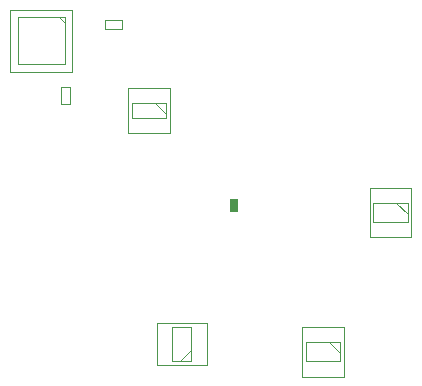
<source format=gbr>
%TF.GenerationSoftware,KiCad,Pcbnew,8.0.2-1*%
%TF.CreationDate,2025-01-23T13:43:47+09:00*%
%TF.ProjectId,gas_nrf52832,6761735f-6e72-4663-9532-3833322e6b69,rev?*%
%TF.SameCoordinates,Original*%
%TF.FileFunction,OtherDrawing,Comment*%
%FSLAX46Y46*%
G04 Gerber Fmt 4.6, Leading zero omitted, Abs format (unit mm)*
G04 Created by KiCad (PCBNEW 8.0.2-1) date 2025-01-23 13:43:47*
%MOMM*%
%LPD*%
G01*
G04 APERTURE LIST*
%ADD10C,0.010000*%
%ADD11C,0.100000*%
%ADD12C,0.050000*%
G04 APERTURE END LIST*
D10*
X126180000Y-121290100D02*
X125579566Y-121290100D01*
X125579566Y-120289177D01*
X126180000Y-120289177D01*
X126180000Y-121290100D01*
G36*
X126180000Y-121290100D02*
G01*
X125579566Y-121290100D01*
X125579566Y-120289177D01*
X126180000Y-120289177D01*
X126180000Y-121290100D01*
G37*
D11*
X115030000Y-105125000D02*
X116430000Y-105125000D01*
X115030000Y-105875000D02*
X115030000Y-105125000D01*
X116430000Y-105125000D02*
X116430000Y-105875000D01*
X116430000Y-105875000D02*
X115030000Y-105875000D01*
D12*
X107005000Y-104220000D02*
X112255000Y-104220000D01*
X107005000Y-109470000D02*
X107005000Y-104220000D01*
D11*
X107630000Y-104845000D02*
X111630000Y-104845000D01*
X107630000Y-108845000D02*
X107630000Y-104845000D01*
X111130000Y-104845000D02*
X111630000Y-105345000D01*
X111630000Y-104845000D02*
X111630000Y-108845000D01*
X111630000Y-108845000D02*
X107630000Y-108845000D01*
D12*
X112255000Y-104220000D02*
X112255000Y-109470000D01*
X112255000Y-109470000D02*
X107005000Y-109470000D01*
X137415000Y-119310000D02*
X140965000Y-119310000D01*
X137415000Y-123510000D02*
X137415000Y-119310000D01*
D11*
X137740000Y-120610000D02*
X140640000Y-120610000D01*
X137740000Y-122210000D02*
X137740000Y-120610000D01*
X139690000Y-120610000D02*
X140640000Y-121560000D01*
X140640000Y-120610000D02*
X140640000Y-122210000D01*
X140640000Y-122210000D02*
X137740000Y-122210000D01*
D12*
X140965000Y-119310000D02*
X140965000Y-123510000D01*
X140965000Y-123510000D02*
X137415000Y-123510000D01*
D11*
X111280000Y-110795000D02*
X112030000Y-110795000D01*
X111280000Y-112195000D02*
X111280000Y-110795000D01*
X112030000Y-110795000D02*
X112030000Y-112195000D01*
X112030000Y-112195000D02*
X111280000Y-112195000D01*
D12*
X116980000Y-110865000D02*
X120520000Y-110865000D01*
X116980000Y-114715000D02*
X116980000Y-110865000D01*
D11*
X117290000Y-112140000D02*
X120210000Y-112140000D01*
X117290000Y-113440000D02*
X117290000Y-112140000D01*
X119260000Y-112140000D02*
X120210000Y-113090000D01*
X120210000Y-112140000D02*
X120210000Y-113440000D01*
X120210000Y-113440000D02*
X117290000Y-113440000D01*
D12*
X120520000Y-110865000D02*
X120520000Y-114715000D01*
X120520000Y-114715000D02*
X116980000Y-114715000D01*
X119430000Y-130735000D02*
X123630000Y-130735000D01*
X119430000Y-134285000D02*
X119430000Y-130735000D01*
D11*
X120730000Y-131060000D02*
X122330000Y-131060000D01*
X120730000Y-133960000D02*
X120730000Y-131060000D01*
X122330000Y-131060000D02*
X122330000Y-133960000D01*
X122330000Y-133010000D02*
X121380000Y-133960000D01*
X122330000Y-133960000D02*
X120730000Y-133960000D01*
D12*
X123630000Y-130735000D02*
X123630000Y-134285000D01*
X123630000Y-134285000D02*
X119430000Y-134285000D01*
X131705000Y-131090000D02*
X135255000Y-131090000D01*
X131705000Y-135290000D02*
X131705000Y-131090000D01*
D11*
X132030000Y-132390000D02*
X134930000Y-132390000D01*
X132030000Y-133990000D02*
X132030000Y-132390000D01*
X133980000Y-132390000D02*
X134930000Y-133340000D01*
X134930000Y-132390000D02*
X134930000Y-133990000D01*
X134930000Y-133990000D02*
X132030000Y-133990000D01*
D12*
X135255000Y-131090000D02*
X135255000Y-135290000D01*
X135255000Y-135290000D02*
X131705000Y-135290000D01*
M02*

</source>
